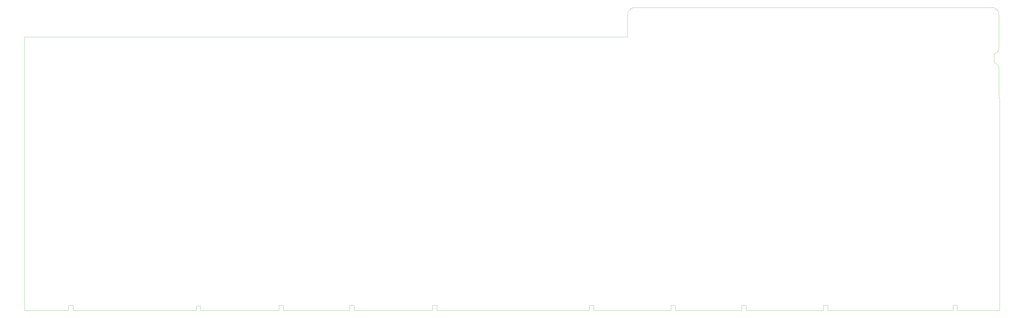
<source format=gm1>
%TF.GenerationSoftware,KiCad,Pcbnew,8.0.5*%
%TF.CreationDate,2025-03-31T08:28:51+02:00*%
%TF.ProjectId,A500KB,41353030-4b42-42e6-9b69-6361645f7063,5a*%
%TF.SameCoordinates,Original*%
%TF.FileFunction,Profile,NP*%
%FSLAX46Y46*%
G04 Gerber Fmt 4.6, Leading zero omitted, Abs format (unit mm)*
G04 Created by KiCad (PCBNEW 8.0.5) date 2025-03-31 08:28:51*
%MOMM*%
%LPD*%
G01*
G04 APERTURE LIST*
%TA.AperFunction,Profile*%
%ADD10C,0.050000*%
%TD*%
G04 APERTURE END LIST*
D10*
X302700000Y-236220000D02*
X25700000Y-236220000D01*
X25700000Y-236220000D02*
X25700000Y-360680000D01*
X473200000Y-250600000D02*
X473220000Y-264160000D01*
X471729246Y-243700000D02*
X471000000Y-244050000D01*
X454100000Y-361950000D02*
X473500000Y-361950000D01*
X392600000Y-361950000D02*
X357100000Y-361950000D01*
X355100000Y-361950000D02*
X324600000Y-361950000D01*
X322600000Y-361950000D02*
X287100000Y-361950000D01*
X285100000Y-361950000D02*
X215100000Y-361950000D01*
X213100000Y-361950000D02*
X177100000Y-361950000D01*
X175100000Y-361950000D02*
X144600000Y-361950000D01*
X142600000Y-361950000D02*
X106600000Y-361950000D01*
X104600000Y-361950000D02*
X48100000Y-361950000D01*
X45900000Y-361950000D02*
X25700000Y-361950000D01*
X144600000Y-361950000D02*
X144600000Y-359650000D01*
X175100000Y-359650000D02*
X175100000Y-361950000D01*
X45900000Y-359650000D02*
X45900000Y-361950000D01*
X285100000Y-359650000D02*
X285100000Y-361950000D01*
X287100000Y-359650000D02*
X285100000Y-359650000D01*
X473500000Y-264160000D02*
X473220000Y-264160000D01*
X215100000Y-361950000D02*
X215100000Y-359650000D01*
X469950000Y-222700000D02*
X305950000Y-222700000D01*
X394600000Y-361950000D02*
X394600000Y-359650000D01*
X302700000Y-225950000D02*
G75*
G02*
X305950000Y-222700000I3250000J0D01*
G01*
X473200000Y-241600000D02*
G75*
G02*
X471729244Y-243699995I-2234600J0D01*
G01*
X324600000Y-359650000D02*
X322600000Y-359650000D01*
X215100000Y-359650000D02*
X213100000Y-359650000D01*
X324600000Y-361950000D02*
X324600000Y-359650000D01*
X357100000Y-359650000D02*
X355100000Y-359650000D01*
X473500000Y-361950000D02*
X473500000Y-264160000D01*
X322600000Y-359650000D02*
X322600000Y-361950000D01*
X106600000Y-361950000D02*
X106600000Y-359950000D01*
X355100000Y-359650000D02*
X355100000Y-361950000D01*
X394600000Y-361950000D02*
X452100000Y-361950000D01*
X287100000Y-361950000D02*
X287100000Y-359650000D01*
X471000000Y-244050000D02*
X471000000Y-247900000D01*
X144600000Y-359650000D02*
X142600000Y-359650000D01*
X25700000Y-360680000D02*
X25700000Y-361950000D01*
X472003897Y-248642402D02*
X471000000Y-247900000D01*
X357100000Y-361950000D02*
X357100000Y-359650000D01*
X454100000Y-359650000D02*
X452100000Y-359650000D01*
X469950000Y-222700000D02*
G75*
G02*
X473200000Y-225950000I0J-3250000D01*
G01*
X213100000Y-359650000D02*
X213100000Y-361950000D01*
X48100000Y-359650000D02*
X45900000Y-359650000D01*
X454100000Y-361950000D02*
X454100000Y-359650000D01*
X177100000Y-359650000D02*
X175100000Y-359650000D01*
X48100000Y-361950000D02*
X48100000Y-359650000D01*
X392600000Y-359650000D02*
X392600000Y-361950000D01*
X472003897Y-248642402D02*
G75*
G02*
X473200000Y-250600000I-1003897J-1957598D01*
G01*
X104600000Y-359950000D02*
X104600000Y-361950000D01*
X473200000Y-241600000D02*
X473200000Y-225950000D01*
X142600000Y-359650000D02*
X142600000Y-361950000D01*
X452100000Y-359650000D02*
X452100000Y-361950000D01*
X106600000Y-359950000D02*
X104600000Y-359950000D01*
X302700000Y-225950000D02*
X302700000Y-236220000D01*
X177100000Y-361950000D02*
X177100000Y-359650000D01*
X394600000Y-359650000D02*
X392600000Y-359650000D01*
M02*

</source>
